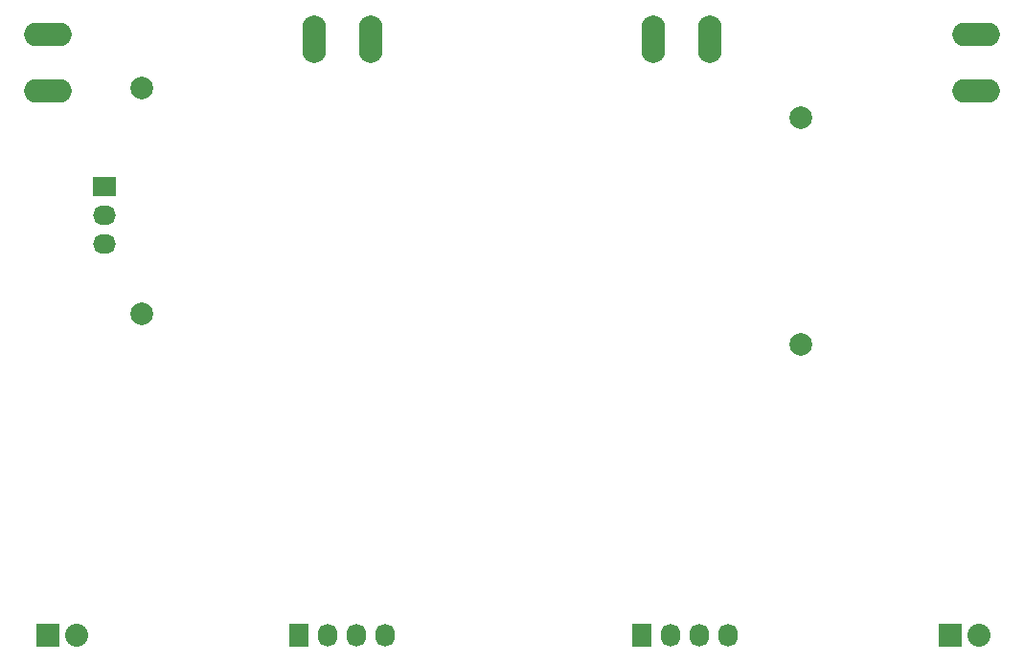
<source format=gbs>
G04 #@! TF.FileFunction,Soldermask,Bot*
%FSLAX46Y46*%
G04 Gerber Fmt 4.6, Leading zero omitted, Abs format (unit mm)*
G04 Created by KiCad (PCBNEW 4.0.6-e0-6349~53~ubuntu16.04.1) date Thu May 25 23:24:03 2017*
%MOMM*%
%LPD*%
G01*
G04 APERTURE LIST*
%ADD10C,0.100000*%
%ADD11C,1.998980*%
%ADD12O,4.200000X2.100000*%
%ADD13O,2.100000X4.200000*%
%ADD14R,2.032000X2.032000*%
%ADD15O,2.032000X2.032000*%
%ADD16R,2.032000X1.727200*%
%ADD17O,2.032000X1.727200*%
%ADD18R,1.727200X2.032000*%
%ADD19O,1.727200X2.032000*%
G04 APERTURE END LIST*
D10*
D11*
X120500000Y-93000000D03*
X120500000Y-72900000D03*
X62250000Y-90250000D03*
X62250000Y-70250000D03*
D12*
X136000000Y-65500000D03*
X136000000Y-70500000D03*
D13*
X77500000Y-66000000D03*
X82500000Y-66000000D03*
X107500000Y-66000000D03*
X112500000Y-66000000D03*
D12*
X54000000Y-70500000D03*
X54000000Y-65500000D03*
D14*
X133730000Y-118750000D03*
D15*
X136270000Y-118750000D03*
D16*
X59000000Y-78960000D03*
D17*
X59000000Y-81500000D03*
X59000000Y-84040000D03*
D18*
X106440000Y-118750000D03*
D19*
X108980000Y-118750000D03*
X111520000Y-118750000D03*
X114060000Y-118750000D03*
D18*
X76190000Y-118750000D03*
D19*
X78730000Y-118750000D03*
X81270000Y-118750000D03*
X83810000Y-118750000D03*
D14*
X53980000Y-118750000D03*
D15*
X56520000Y-118750000D03*
M02*

</source>
